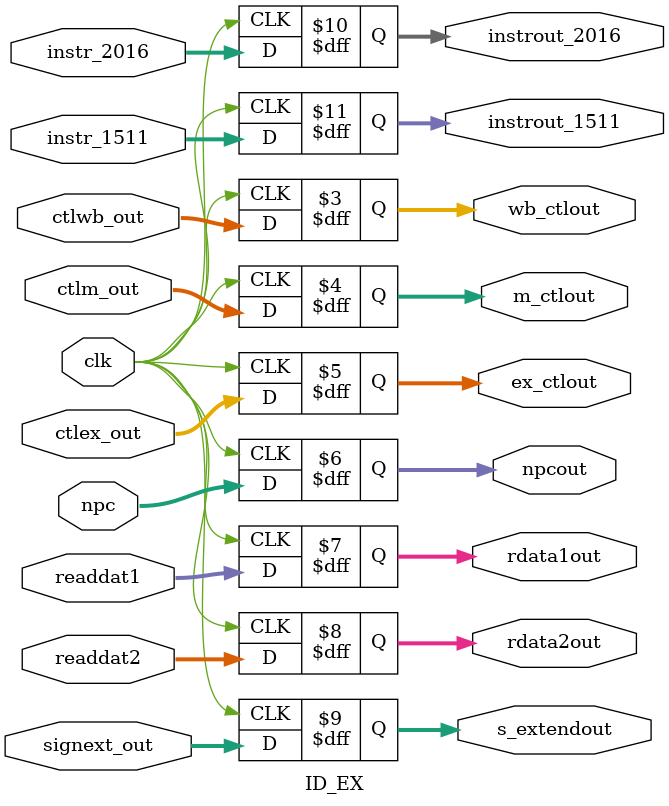
<source format=v>
`timescale 1ns / 1ps


module ID_EX(
	input clk, 
	input [1:0]       ctlwb_out, 
	input [2:0]       ctlm_out, 
	input [3:0]       ctlex_out, 
	input [31:0]      npc, readdat1, readdat2, signext_out, 
	input [4:0]       instr_2016, instr_1511, 
	output reg [1:0]  wb_ctlout,
	output reg [2:0]  m_ctlout,
	output reg [3:0]  ex_ctlout,
	output reg [31:0] npcout, rdata1out, rdata2out, s_extendout,
	output reg [4:0]  instrout_2016, instrout_1511);
	
	// Inititalize
	initial
		begin
			wb_ctlout     <= 0;
			m_ctlout      <= 0;
			ex_ctlout     <= 0;
			npcout        <= 0;
			rdata1out     <= 0;
			rdata2out     <= 0;
			s_extendout   <= 0;
			instrout_2016 <= 0;
			instrout_1511 <= 0;
		end
		
	// Update
	always @ (posedge clk)
		begin
			wb_ctlout     <= ctlwb_out;
			m_ctlout      <= ctlm_out;
			ex_ctlout     <= ctlex_out;
			npcout        <= npc;
			rdata1out     <= readdat1;
			rdata2out     <= readdat2;
			s_extendout   <= signext_out;
			instrout_2016 <= instr_2016;
			instrout_1511 <= instr_1511;
		end
endmodule

</source>
